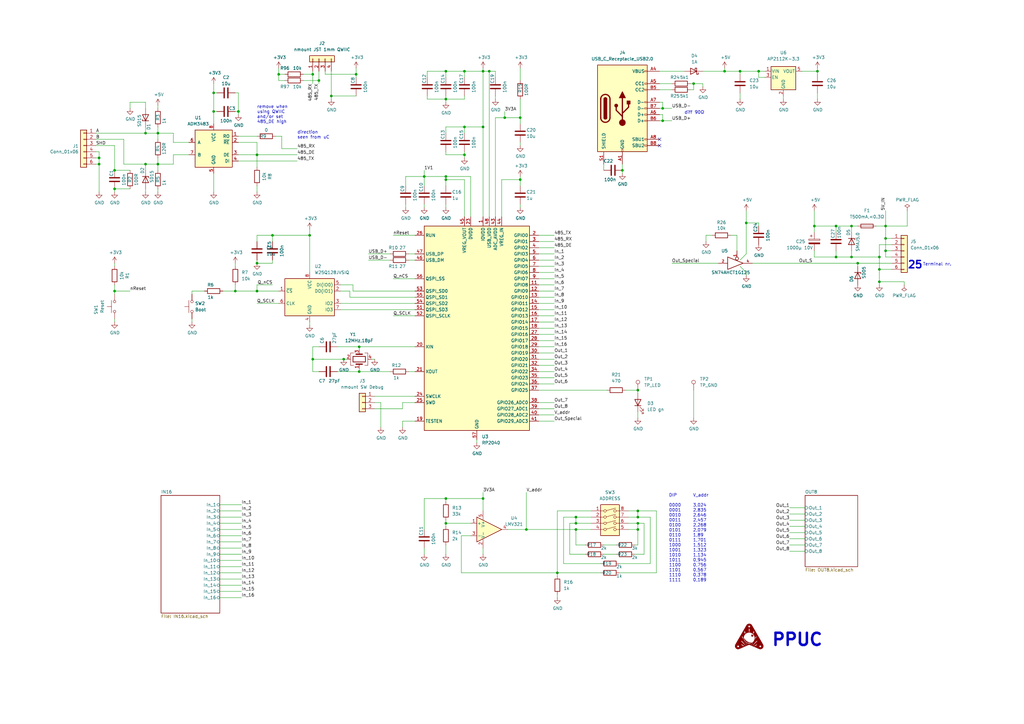
<source format=kicad_sch>
(kicad_sch (version 20211123) (generator eeschema)
  (paper "A3")
  (title_block (title "IO_16_8_1") (date "2023-01-29") (rev "0.1.0"))
  (junction (at 128.27 30.48))
  (junction (at 147.32 142.24))
  (junction (at 306.07 91.44))
  (junction (at 261.62 214.63))
  (junction (at 261.62 160.02))
  (junction (at 271.78 44.45))
  (junction (at 215.9 217.17))
  (junction (at 147.32 152.4))
  (junction (at 87.63 45.72))
  (junction (at 360.68 115.57))
  (junction (at 140.97 147.32))
  (junction (at 351.79 107.95))
  (junction (at 46.99 69.85))
  (junction (at 190.5 52.07))
  (junction (at 311.15 29.21))
  (junction (at 271.78 49.53))
  (junction (at 182.88 72.39))
  (junction (at 182.88 73.66))
  (junction (at 342.9 105.41))
  (junction (at 349.25 92.71))
  (junction (at 46.99 77.47))
  (junction (at 111.76 96.52))
  (junction (at 182.88 204.47))
  (junction (at 59.69 54.61))
  (junction (at 182.88 29.21))
  (junction (at 236.22 214.63))
  (junction (at 261.62 217.17))
  (junction (at 190.5 29.21))
  (junction (at 363.22 92.71))
  (junction (at 255.27 69.85))
  (junction (at 182.88 214.63))
  (junction (at 236.22 212.09))
  (junction (at 363.22 102.87))
  (junction (at 130.81 33.02))
  (junction (at 105.41 107.95))
  (junction (at 114.3 30.48))
  (junction (at 135.89 39.37))
  (junction (at 127 96.52))
  (junction (at 342.9 92.71))
  (junction (at 198.12 204.47))
  (junction (at 303.53 29.21))
  (junction (at 198.12 29.21))
  (junction (at 40.64 67.31))
  (junction (at 97.79 45.72))
  (junction (at 64.77 54.61))
  (junction (at 213.36 73.66))
  (junction (at 190.5 63.5))
  (junction (at 297.18 29.21))
  (junction (at 87.63 38.1))
  (junction (at 261.62 209.55))
  (junction (at 146.05 30.48))
  (junction (at 182.88 40.64))
  (junction (at 284.48 34.29))
  (junction (at 96.52 119.38))
  (junction (at 200.66 29.21))
  (junction (at 59.69 67.31))
  (junction (at 128.27 147.32))
  (junction (at 213.36 48.26))
  (junction (at 363.22 97.79))
  (junction (at 335.28 29.21))
  (junction (at 261.62 212.09))
  (junction (at 105.41 63.5))
  (junction (at 64.77 67.31))
  (junction (at 334.01 92.71))
  (junction (at 228.6 234.95))
  (junction (at 198.12 52.07))
  (junction (at 349.25 105.41))
  (junction (at 40.64 64.77))
  (junction (at 360.68 110.49))
  (junction (at 236.22 217.17))
  (junction (at 105.41 119.38))
  (junction (at 46.99 119.38))
  (junction (at 173.99 72.39))
  (junction (at 360.68 105.41))
  (junction (at 207.01 48.26))
  (no_connect (at 270.51 57.15))
  (no_connect (at 270.51 59.69))
  (wire (pts (xy 127 96.52) (xy 127 111.76)))
  (wire (pts (xy 139.7 116.84) (xy 144.78 116.84)))
  (wire (pts (xy 198.12 29.21) (xy 200.66 29.21)))
  (wire (pts (xy 115.57 55.88) (xy 115.57 60.96)))
  (wire (pts (xy 351.79 107.95) (xy 365.76 107.95)))
  (wire (pts (xy 39.37 62.23) (xy 40.64 62.23)))
  (wire (pts (xy 190.5 63.5) (xy 190.5 64.77)))
  (wire (pts (xy 236.22 214.63) (xy 233.68 214.63)))
  (wire (pts (xy 135.89 39.37) (xy 135.89 40.64)))
  (wire (pts (xy 360.68 100.33) (xy 360.68 105.41)))
  (wire (pts (xy 146.05 27.94) (xy 146.05 30.48)))
  (wire (pts (xy 90.17 242.57) (xy 99.06 242.57)))
  (wire (pts (xy 213.36 72.39) (xy 213.36 73.66)))
  (wire (pts (xy 182.88 214.63) (xy 182.88 215.9)))
  (wire (pts (xy 297.18 29.21) (xy 303.53 29.21)))
  (wire (pts (xy 39.37 64.77) (xy 40.64 64.77)))
  (wire (pts (xy 198.12 204.47) (xy 198.12 209.55)))
  (wire (pts (xy 114.3 33.02) (xy 114.3 30.48)))
  (wire (pts (xy 147.32 152.4) (xy 160.02 152.4)))
  (wire (pts (xy 173.99 83.82) (xy 173.99 85.09)))
  (wire (pts (xy 105.41 76.2) (xy 105.41 78.74)))
  (wire (pts (xy 303.53 29.21) (xy 303.53 30.48)))
  (wire (pts (xy 144.78 116.84) (xy 144.78 119.38)))
  (wire (pts (xy 220.98 127) (xy 227.33 127)))
  (wire (pts (xy 220.98 149.86) (xy 227.33 149.86)))
  (wire (pts (xy 242.57 214.63) (xy 236.22 214.63)))
  (wire (pts (xy 128.27 147.32) (xy 140.97 147.32)))
  (wire (pts (xy 190.5 39.37) (xy 190.5 40.64)))
  (wire (pts (xy 135.89 39.37) (xy 146.05 39.37)))
  (wire (pts (xy 255.27 69.85) (xy 255.27 71.12)))
  (wire (pts (xy 90.17 217.17) (xy 99.06 217.17)))
  (wire (pts (xy 257.81 209.55) (xy 261.62 209.55)))
  (wire (pts (xy 220.98 147.32) (xy 227.33 147.32)))
  (wire (pts (xy 242.57 217.17) (xy 236.22 217.17)))
  (wire (pts (xy 220.98 154.94) (xy 227.33 154.94)))
  (wire (pts (xy 228.6 209.55) (xy 228.6 234.95)))
  (wire (pts (xy 198.12 201.93) (xy 198.12 204.47)))
  (wire (pts (xy 220.98 119.38) (xy 227.33 119.38)))
  (wire (pts (xy 213.36 48.26) (xy 213.36 50.8)))
  (wire (pts (xy 220.98 109.22) (xy 227.33 109.22)))
  (wire (pts (xy 220.98 101.6) (xy 227.33 101.6)))
  (wire (pts (xy 96.52 116.84) (xy 96.52 119.38)))
  (wire (pts (xy 215.9 201.93) (xy 215.9 217.17)))
  (wire (pts (xy 335.28 29.21) (xy 335.28 30.48)))
  (wire (pts (xy 334.01 102.87) (xy 334.01 105.41)))
  (wire (pts (xy 264.16 214.63) (xy 261.62 214.63)))
  (wire (pts (xy 220.98 137.16) (xy 227.33 137.16)))
  (wire (pts (xy 236.22 212.09) (xy 236.22 214.63)))
  (wire (pts (xy 284.48 160.02) (xy 284.48 171.45)))
  (wire (pts (xy 363.22 102.87) (xy 363.22 105.41)))
  (wire (pts (xy 213.36 27.94) (xy 213.36 33.02)))
  (wire (pts (xy 302.26 96.52) (xy 302.26 102.87)))
  (wire (pts (xy 97.79 63.5) (xy 105.41 63.5)))
  (wire (pts (xy 161.29 114.3) (xy 170.18 114.3)))
  (wire (pts (xy 97.79 66.04) (xy 121.92 66.04)))
  (wire (pts (xy 365.76 100.33) (xy 360.68 100.33)))
  (wire (pts (xy 297.18 27.94) (xy 297.18 29.21)))
  (wire (pts (xy 182.88 204.47) (xy 182.88 205.74)))
  (wire (pts (xy 220.98 132.08) (xy 227.33 132.08)))
  (wire (pts (xy 270.51 36.83) (xy 275.59 36.83)))
  (wire (pts (xy 165.1 167.64) (xy 165.1 165.1)))
  (wire (pts (xy 111.76 116.84) (xy 105.41 116.84)))
  (wire (pts (xy 127 132.08) (xy 127 133.35)))
  (wire (pts (xy 111.76 107.95) (xy 105.41 107.95)))
  (wire (pts (xy 90.17 232.41) (xy 99.06 232.41)))
  (wire (pts (xy 189.23 219.71) (xy 193.04 219.71)))
  (wire (pts (xy 190.5 73.66) (xy 182.88 73.66)))
  (wire (pts (xy 213.36 76.2) (xy 213.36 73.66)))
  (wire (pts (xy 90.17 234.95) (xy 99.06 234.95)))
  (wire (pts (xy 64.77 64.77) (xy 64.77 67.31)))
  (wire (pts (xy 311.15 92.71) (xy 311.15 91.44)))
  (wire (pts (xy 236.22 217.17) (xy 236.22 223.52)))
  (wire (pts (xy 144.78 119.38) (xy 170.18 119.38)))
  (wire (pts (xy 213.36 83.82) (xy 213.36 85.09)))
  (wire (pts (xy 88.9 38.1) (xy 87.63 38.1)))
  (wire (pts (xy 266.7 212.09) (xy 261.62 212.09)))
  (wire (pts (xy 97.79 58.42) (xy 105.41 58.42)))
  (wire (pts (xy 46.99 77.47) (xy 46.99 78.74)))
  (wire (pts (xy 105.41 119.38) (xy 114.3 119.38)))
  (wire (pts (xy 215.9 217.17) (xy 208.28 217.17)))
  (wire (pts (xy 153.67 165.1) (xy 156.21 165.1)))
  (wire (pts (xy 220.98 134.62) (xy 227.33 134.62)))
  (wire (pts (xy 175.26 40.64) (xy 182.88 40.64)))
  (wire (pts (xy 139.7 119.38) (xy 143.51 119.38)))
  (wire (pts (xy 311.15 29.21) (xy 313.69 29.21)))
  (wire (pts (xy 128.27 29.21) (xy 128.27 30.48)))
  (wire (pts (xy 151.13 106.68) (xy 160.02 106.68)))
  (wire (pts (xy 90.17 212.09) (xy 99.06 212.09)))
  (wire (pts (xy 349.25 92.71) (xy 351.79 92.71)))
  (wire (pts (xy 105.41 63.5) (xy 121.92 63.5)))
  (wire (pts (xy 111.76 96.52) (xy 127 96.52)))
  (wire (pts (xy 113.03 55.88) (xy 115.57 55.88)))
  (wire (pts (xy 288.29 34.29) (xy 288.29 35.56)))
  (wire (pts (xy 78.74 130.81) (xy 78.74 132.08)))
  (wire (pts (xy 165.1 165.1) (xy 170.18 165.1)))
  (wire (pts (xy 323.85 220.98) (xy 330.2 220.98)))
  (wire (pts (xy 128.27 30.48) (xy 128.27 34.29)))
  (wire (pts (xy 220.98 167.64) (xy 227.33 167.64)))
  (wire (pts (xy 78.74 119.38) (xy 83.82 119.38)))
  (wire (pts (xy 96.52 45.72) (xy 97.79 45.72)))
  (wire (pts (xy 146.05 30.48) (xy 146.05 31.75)))
  (wire (pts (xy 59.69 69.85) (xy 59.69 67.31)))
  (wire (pts (xy 111.76 106.68) (xy 111.76 107.95)))
  (wire (pts (xy 228.6 243.84) (xy 228.6 245.11)))
  (wire (pts (xy 170.18 142.24) (xy 147.32 142.24)))
  (wire (pts (xy 303.53 106.68) (xy 306.07 104.14)))
  (wire (pts (xy 167.64 104.14) (xy 170.18 104.14)))
  (wire (pts (xy 87.63 38.1) (xy 87.63 45.72)))
  (wire (pts (xy 303.53 38.1) (xy 303.53 40.64)))
  (wire (pts (xy 261.62 212.09) (xy 257.81 212.09)))
  (wire (pts (xy 269.24 234.95) (xy 269.24 209.55)))
  (wire (pts (xy 90.17 207.01) (xy 99.06 207.01)))
  (wire (pts (xy 271.78 44.45) (xy 275.59 44.45)))
  (wire (pts (xy 182.88 29.21) (xy 182.88 31.75)))
  (wire (pts (xy 198.12 204.47) (xy 182.88 204.47)))
  (wire (pts (xy 203.2 48.26) (xy 207.01 48.26)))
  (wire (pts (xy 161.29 129.54) (xy 170.18 129.54)))
  (wire (pts (xy 90.17 227.33) (xy 99.06 227.33)))
  (wire (pts (xy 182.88 223.52) (xy 182.88 227.33)))
  (wire (pts (xy 114.3 30.48) (xy 116.84 30.48)))
  (wire (pts (xy 182.88 52.07) (xy 182.88 54.61)))
  (wire (pts (xy 255.27 67.31) (xy 255.27 69.85)))
  (wire (pts (xy 284.48 34.29) (xy 288.29 34.29)))
  (wire (pts (xy 189.23 234.95) (xy 189.23 219.71)))
  (wire (pts (xy 264.16 227.33) (xy 264.16 214.63)))
  (wire (pts (xy 53.34 41.91) (xy 53.34 44.45)))
  (wire (pts (xy 71.12 54.61) (xy 71.12 58.42)))
  (wire (pts (xy 190.5 62.23) (xy 190.5 63.5)))
  (wire (pts (xy 87.63 34.29) (xy 87.63 38.1)))
  (wire (pts (xy 50.8 67.31) (xy 59.69 67.31)))
  (wire (pts (xy 124.46 30.48) (xy 128.27 30.48)))
  (wire (pts (xy 233.68 214.63) (xy 233.68 227.33)))
  (wire (pts (xy 167.64 106.68) (xy 170.18 106.68)))
  (wire (pts (xy 334.01 92.71) (xy 342.9 92.71)))
  (wire (pts (xy 143.51 121.92) (xy 170.18 121.92)))
  (wire (pts (xy 261.62 214.63) (xy 257.81 214.63)))
  (wire (pts (xy 153.67 162.56) (xy 170.18 162.56)))
  (wire (pts (xy 193.04 72.39) (xy 182.88 72.39)))
  (wire (pts (xy 105.41 106.68) (xy 105.41 107.95)))
  (wire (pts (xy 306.07 91.44) (xy 306.07 104.14)))
  (wire (pts (xy 323.85 218.44) (xy 330.2 218.44)))
  (wire (pts (xy 64.77 67.31) (xy 64.77 69.85)))
  (wire (pts (xy 236.22 212.09) (xy 231.14 212.09)))
  (wire (pts (xy 182.88 214.63) (xy 193.04 214.63)))
  (wire (pts (xy 363.22 97.79) (xy 363.22 102.87)))
  (wire (pts (xy 349.25 105.41) (xy 342.9 105.41)))
  (wire (pts (xy 182.88 29.21) (xy 190.5 29.21)))
  (wire (pts (xy 247.65 67.31) (xy 247.65 69.85)))
  (wire (pts (xy 342.9 92.71) (xy 349.25 92.71)))
  (wire (pts (xy 220.98 114.3) (xy 227.33 114.3)))
  (wire (pts (xy 46.99 130.81) (xy 46.99 132.08)))
  (wire (pts (xy 349.25 95.25) (xy 349.25 92.71)))
  (wire (pts (xy 190.5 29.21) (xy 198.12 29.21)))
  (wire (pts (xy 182.88 213.36) (xy 182.88 214.63)))
  (wire (pts (xy 270.51 41.91) (xy 271.78 41.91)))
  (wire (pts (xy 288.29 29.21) (xy 297.18 29.21)))
  (wire (pts (xy 105.41 63.5) (xy 105.41 68.58)))
  (wire (pts (xy 59.69 41.91) (xy 53.34 41.91)))
  (wire (pts (xy 138.43 152.4) (xy 147.32 152.4)))
  (wire (pts (xy 97.79 55.88) (xy 105.41 55.88)))
  (wire (pts (xy 323.85 223.52) (xy 330.2 223.52)))
  (wire (pts (xy 203.2 39.37) (xy 203.2 40.64)))
  (wire (pts (xy 220.98 111.76) (xy 227.33 111.76)))
  (wire (pts (xy 236.22 223.52) (xy 240.03 223.52)))
  (wire (pts (xy 46.99 59.69) (xy 39.37 59.69)))
  (wire (pts (xy 220.98 104.14) (xy 227.33 104.14)))
  (wire (pts (xy 46.99 69.85) (xy 53.34 69.85)))
  (wire (pts (xy 289.56 96.52) (xy 292.1 96.52)))
  (wire (pts (xy 365.76 102.87) (xy 363.22 102.87)))
  (wire (pts (xy 64.77 52.07) (xy 64.77 54.61)))
  (wire (pts (xy 360.68 115.57) (xy 360.68 116.84)))
  (wire (pts (xy 228.6 234.95) (xy 246.38 234.95)))
  (wire (pts (xy 220.98 165.1) (xy 227.33 165.1)))
  (wire (pts (xy 213.36 58.42) (xy 213.36 59.69)))
  (wire (pts (xy 182.88 62.23) (xy 182.88 63.5)))
  (wire (pts (xy 228.6 234.95) (xy 228.6 236.22)))
  (wire (pts (xy 247.65 223.52) (xy 252.73 223.52)))
  (wire (pts (xy 270.51 46.99) (xy 271.78 46.99)))
  (wire (pts (xy 39.37 54.61) (xy 59.69 54.61)))
  (wire (pts (xy 64.77 77.47) (xy 64.77 78.74)))
  (wire (pts (xy 39.37 67.31) (xy 40.64 67.31)))
  (wire (pts (xy 182.88 39.37) (xy 182.88 40.64)))
  (wire (pts (xy 90.17 224.79) (xy 99.06 224.79)))
  (wire (pts (xy 64.77 43.18) (xy 64.77 44.45)))
  (wire (pts (xy 46.99 59.69) (xy 46.99 69.85)))
  (wire (pts (xy 39.37 57.15) (xy 50.8 57.15)))
  (wire (pts (xy 165.1 172.72) (xy 165.1 175.26)))
  (wire (pts (xy 147.32 142.24) (xy 147.32 143.51)))
  (wire (pts (xy 198.12 29.21) (xy 198.12 52.07)))
  (wire (pts (xy 220.98 96.52) (xy 227.33 96.52)))
  (wire (pts (xy 363.22 86.36) (xy 363.22 92.71)))
  (wire (pts (xy 195.58 180.34) (xy 195.58 181.61)))
  (wire (pts (xy 284.48 34.29) (xy 284.48 36.83)))
  (wire (pts (xy 323.85 210.82) (xy 330.2 210.82)))
  (wire (pts (xy 261.62 168.91) (xy 261.62 171.45)))
  (wire (pts (xy 139.7 124.46) (xy 170.18 124.46)))
  (wire (pts (xy 182.88 73.66) (xy 182.88 76.2)))
  (wire (pts (xy 342.9 105.41) (xy 342.9 102.87)))
  (wire (pts (xy 128.27 142.24) (xy 128.27 147.32)))
  (wire (pts (xy 220.98 152.4) (xy 227.33 152.4)))
  (wire (pts (xy 105.41 99.06) (xy 105.41 96.52)))
  (wire (pts (xy 105.41 116.84) (xy 105.41 119.38)))
  (wire (pts (xy 198.12 224.79) (xy 198.12 227.33)))
  (wire (pts (xy 90.17 222.25) (xy 99.06 222.25)))
  (wire (pts (xy 220.98 157.48) (xy 227.33 157.48)))
  (wire (pts (xy 173.99 204.47) (xy 182.88 204.47)))
  (wire (pts (xy 231.14 212.09) (xy 231.14 231.14)))
  (wire (pts (xy 97.79 45.72) (xy 97.79 46.99)))
  (wire (pts (xy 59.69 54.61) (xy 64.77 54.61)))
  (wire (pts (xy 59.69 44.45) (xy 59.69 41.91)))
  (wire (pts (xy 220.98 121.92) (xy 227.33 121.92)))
  (wire (pts (xy 220.98 139.7) (xy 227.33 139.7)))
  (wire (pts (xy 303.53 109.22) (xy 306.07 111.76)))
  (wire (pts (xy 175.26 29.21) (xy 175.26 31.75)))
  (wire (pts (xy 335.28 38.1) (xy 335.28 40.64)))
  (wire (pts (xy 182.88 72.39) (xy 173.99 72.39)))
  (wire (pts (xy 308.61 107.95) (xy 351.79 107.95)))
  (wire (pts (xy 220.98 142.24) (xy 227.33 142.24)))
  (wire (pts (xy 220.98 129.54) (xy 227.33 129.54)))
  (wire (pts (xy 270.51 29.21) (xy 280.67 29.21)))
  (wire (pts (xy 40.64 67.31) (xy 40.64 78.74)))
  (wire (pts (xy 335.28 27.94) (xy 335.28 29.21)))
  (wire (pts (xy 271.78 49.53) (xy 275.59 49.53)))
  (wire (pts (xy 153.67 167.64) (xy 165.1 167.64)))
  (wire (pts (xy 306.07 86.36) (xy 306.07 91.44)))
  (wire (pts (xy 242.57 212.09) (xy 236.22 212.09)))
  (wire (pts (xy 311.15 31.75) (xy 313.69 31.75)))
  (wire (pts (xy 40.64 64.77) (xy 40.64 67.31)))
  (wire (pts (xy 190.5 29.21) (xy 190.5 31.75)))
  (wire (pts (xy 71.12 67.31) (xy 71.12 63.5)))
  (wire (pts (xy 370.84 115.57) (xy 360.68 115.57)))
  (wire (pts (xy 220.98 170.18) (xy 227.33 170.18)))
  (wire (pts (xy 175.26 39.37) (xy 175.26 40.64)))
  (wire (pts (xy 303.53 29.21) (xy 311.15 29.21)))
  (wire (pts (xy 64.77 54.61) (xy 64.77 57.15)))
  (wire (pts (xy 200.66 29.21) (xy 200.66 88.9)))
  (wire (pts (xy 161.29 96.52) (xy 170.18 96.52)))
  (wire (pts (xy 135.89 29.21) (xy 135.89 39.37)))
  (wire (pts (xy 365.76 110.49) (xy 360.68 110.49)))
  (wire (pts (xy 71.12 58.42) (xy 77.47 58.42)))
  (wire (pts (xy 266.7 231.14) (xy 266.7 212.09)))
  (wire (pts (xy 198.12 52.07) (xy 198.12 88.9)))
  (wire (pts (xy 105.41 63.5) (xy 105.41 58.42)))
  (wire (pts (xy 173.99 69.85) (xy 173.99 72.39)))
  (wire (pts (xy 321.31 39.37) (xy 321.31 40.64)))
  (wire (pts (xy 182.88 83.82) (xy 182.88 85.09)))
  (wire (pts (xy 90.17 229.87) (xy 99.06 229.87)))
  (wire (pts (xy 182.88 63.5) (xy 190.5 63.5)))
  (wire (pts (xy 53.34 77.47) (xy 46.99 77.47)))
  (wire (pts (xy 59.69 52.07) (xy 59.69 54.61)))
  (wire (pts (xy 254 234.95) (xy 269.24 234.95)))
  (wire (pts (xy 64.77 54.61) (xy 71.12 54.61)))
  (wire (pts (xy 323.85 208.28) (xy 330.2 208.28)))
  (wire (pts (xy 105.41 96.52) (xy 111.76 96.52)))
  (wire (pts (xy 363.22 92.71) (xy 363.22 97.79)))
  (wire (pts (xy 97.79 38.1) (xy 97.79 45.72)))
  (wire (pts (xy 128.27 147.32) (xy 128.27 152.4)))
  (wire (pts (xy 283.21 36.83) (xy 284.48 36.83)))
  (wire (pts (xy 289.56 99.06) (xy 289.56 96.52)))
  (wire (pts (xy 173.99 72.39) (xy 173.99 76.2)))
  (wire (pts (xy 323.85 226.06) (xy 330.2 226.06)))
  (wire (pts (xy 261.62 160.02) (xy 261.62 161.29)))
  (wire (pts (xy 114.3 27.94) (xy 114.3 30.48)))
  (wire (pts (xy 360.68 110.49) (xy 360.68 115.57)))
  (wire (pts (xy 220.98 99.06) (xy 227.33 99.06)))
  (wire (pts (xy 173.99 224.79) (xy 173.99 227.33)))
  (wire (pts (xy 90.17 240.03) (xy 99.06 240.03)))
  (wire (pts (xy 365.76 97.79) (xy 363.22 97.79)))
  (wire (pts (xy 261.62 223.52) (xy 261.62 217.17)))
  (wire (pts (xy 91.44 119.38) (xy 96.52 119.38)))
  (wire (pts (xy 46.99 116.84) (xy 46.99 119.38)))
  (wire (pts (xy 334.01 105.41) (xy 342.9 105.41)))
  (wire (pts (xy 254 231.14) (xy 266.7 231.14)))
  (wire (pts (xy 190.5 52.07) (xy 190.5 54.61)))
  (wire (pts (xy 90.17 237.49) (xy 99.06 237.49)))
  (wire (pts (xy 193.04 88.9) (xy 193.04 72.39)))
  (wire (pts (xy 215.9 217.17) (xy 236.22 217.17)))
  (wire (pts (xy 261.62 209.55) (xy 261.62 212.09)))
  (wire (pts (xy 151.13 104.14) (xy 160.02 104.14)))
  (wire (pts (xy 173.99 204.47) (xy 173.99 217.17)))
  (wire (pts (xy 156.21 165.1) (xy 156.21 175.26)))
  (wire (pts (xy 306.07 111.76) (xy 306.07 113.03)))
  (wire (pts (xy 270.51 44.45) (xy 271.78 44.45)))
  (wire (pts (xy 143.51 119.38) (xy 143.51 121.92)))
  (wire (pts (xy 59.69 77.47) (xy 59.69 78.74)))
  (wire (pts (xy 40.64 62.23) (xy 40.64 64.77)))
  (wire (pts (xy 96.52 107.95) (xy 96.52 109.22)))
  (wire (pts (xy 182.88 52.07) (xy 190.5 52.07)))
  (wire (pts (xy 166.37 76.2) (xy 166.37 72.39)))
  (wire (pts (xy 205.74 88.9) (xy 205.74 73.66)))
  (wire (pts (xy 370.84 116.84) (xy 370.84 115.57)))
  (wire (pts (xy 124.46 33.02) (xy 130.81 33.02)))
  (wire (pts (xy 90.17 209.55) (xy 99.06 209.55)))
  (wire (pts (xy 46.99 119.38) (xy 53.34 119.38)))
  (wire (pts (xy 190.5 88.9) (xy 190.5 73.66)))
  (wire (pts (xy 130.81 33.02) (xy 130.81 34.29)))
  (wire (pts (xy 78.74 119.38) (xy 78.74 120.65)))
  (wire (pts (xy 87.63 71.12) (xy 87.63 78.74)))
  (wire (pts (xy 203.2 31.75) (xy 203.2 29.21)))
  (wire (pts (xy 260.35 227.33) (xy 264.16 227.33)))
  (wire (pts (xy 96.52 119.38) (xy 105.41 119.38)))
  (wire (pts (xy 46.99 107.95) (xy 46.99 109.22)))
  (wire (pts (xy 90.17 245.11) (xy 99.06 245.11)))
  (wire (pts (xy 105.41 124.46) (xy 114.3 124.46)))
  (wire (pts (xy 133.35 30.48) (xy 146.05 30.48)))
  (wire (pts (xy 203.2 48.26) (xy 203.2 88.9)))
  (wire (pts (xy 220.98 124.46) (xy 227.33 124.46)))
  (wire (pts (xy 261.62 217.17) (xy 257.81 217.17)))
  (wire (pts (xy 88.9 45.72) (xy 87.63 45.72)))
  (wire (pts (xy 311.15 91.44) (xy 306.07 91.44)))
  (wire (pts (xy 328.93 29.21) (xy 335.28 29.21)))
  (wire (pts (xy 140.97 147.32) (xy 142.24 147.32)))
  (wire (pts (xy 59.69 67.31) (xy 64.77 67.31)))
  (wire (pts (xy 190.5 52.07) (xy 198.12 52.07)))
  (wire (pts (xy 247.65 227.33) (xy 252.73 227.33)))
  (wire (pts (xy 198.12 27.94) (xy 198.12 29.21)))
  (wire (pts (xy 46.99 119.38) (xy 46.99 120.65)))
  (wire (pts (xy 64.77 67.31) (xy 71.12 67.31)))
  (wire (pts (xy 87.63 45.72) (xy 87.63 50.8)))
  (wire (pts (xy 270.51 34.29) (xy 275.59 34.29)))
  (wire (pts (xy 283.21 34.29) (xy 284.48 34.29)))
  (wire (pts (xy 90.17 219.71) (xy 99.06 219.71)))
  (wire (pts (xy 139.7 127) (xy 170.18 127)))
  (wire (pts (xy 50.8 57.15) (xy 50.8 67.31)))
  (wire (pts (xy 228.6 234.95) (xy 189.23 234.95)))
  (wire (pts (xy 360.68 105.41) (xy 349.25 105.41)))
  (wire (pts (xy 372.11 86.36) (xy 372.11 92.71)))
  (wire (pts (xy 271.78 41.91) (xy 271.78 44.45)))
  (wire (pts (xy 128.27 152.4) (xy 130.81 152.4)))
  (wire (pts (xy 205.74 73.66) (xy 213.36 73.66)))
  (wire (pts (xy 342.9 95.25) (xy 342.9 92.71)))
  (wire (pts (xy 115.57 60.96) (xy 121.92 60.96)))
  (wire (pts (xy 261.62 214.63) (xy 261.62 217.17)))
  (wire (pts (xy 96.52 38.1) (xy 97.79 38.1)))
  (wire (pts (xy 311.15 29.21) (xy 311.15 31.75)))
  (wire (pts (xy 231.14 231.14) (xy 246.38 231.14)))
  (wire (pts (xy 220.98 160.02) (xy 248.92 160.02)))
  (wire (pts (xy 166.37 83.82) (xy 166.37 85.09)))
  (wire (pts (xy 175.26 29.21) (xy 182.88 29.21)))
  (wire (pts (xy 270.51 49.53) (xy 271.78 49.53)))
  (wire (pts (xy 349.25 102.87) (xy 349.25 105.41)))
  (wire (pts (xy 138.43 142.24) (xy 147.32 142.24)))
  (wire (pts (xy 71.12 63.5) (xy 77.47 63.5)))
  (wire (pts (xy 256.54 160.02) (xy 261.62 160.02)))
  (wire (pts (xy 261.62 209.55) (xy 269.24 209.55)))
  (wire (pts (xy 213.36 40.64) (xy 213.36 48.26)))
  (wire (pts (xy 111.76 96.52) (xy 111.76 99.06)))
  (wire (pts (xy 334.01 86.36) (xy 334.01 92.71)))
  (wire (pts (xy 207.01 45.72) (xy 207.01 48.26)))
  (wire (pts (xy 116.84 33.02) (xy 114.3 33.02)))
  (wire (pts (xy 363.22 105.41) (xy 365.76 105.41)))
  (wire (pts (xy 360.68 105.41) (xy 360.68 110.49)))
  (wire (pts (xy 200.66 29.21) (xy 203.2 29.21)))
  (wire (pts (xy 372.11 92.71) (xy 363.22 92.71)))
  (wire (pts (xy 182.88 40.64) (xy 190.5 40.64)))
  (wire (pts (xy 359.41 92.71) (xy 363.22 92.71)))
  (wire (pts (xy 170.18 172.72) (xy 165.1 172.72)))
  (wire (pts (xy 260.35 223.52) (xy 261.62 223.52)))
  (wire (pts (xy 167.64 152.4) (xy 170.18 152.4)))
  (wire (pts (xy 90.17 214.63) (xy 99.06 214.63)))
  (wire (pts (xy 207.01 48.26) (xy 213.36 48.26)))
  (wire (pts (xy 351.79 109.22) (xy 351.79 107.95)))
  (wire (pts (xy 220.98 172.72) (xy 227.33 172.72)))
  (wire (pts (xy 242.57 209.55) (xy 228.6 209.55)))
  (wire (pts (xy 152.4 147.32) (xy 153.67 147.32)))
  (wire (pts (xy 133.35 29.21) (xy 133.35 30.48)))
  (wire (pts (xy 147.32 151.13) (xy 147.32 152.4)))
  (wire (pts (xy 182.88 40.64) (xy 182.88 41.91)))
  (wire (pts (xy 182.88 72.39) (xy 182.88 73.66)))
  (wire (pts (xy 130.81 29.21) (xy 130.81 33.02)))
  (wire (pts (xy 220.98 144.78) (xy 227.33 144.78)))
  (wire (pts (xy 275.59 107.95) (xy 294.64 107.95)))
  (wire (pts (xy 130.81 142.24) (xy 128.27 142.24)))
  (wire (pts (xy 220.98 106.68) (xy 227.33 106.68)))
  (wire (pts (xy 271.78 46.99) (xy 271.78 49.53)))
  (wire (pts (xy 127 93.98) (xy 127 96.52)))
  (wire (pts (xy 299.72 96.52) (xy 302.26 96.52)))
  (wire (pts (xy 233.68 227.33) (xy 240.03 227.33)))
  (wire (pts (xy 220.98 116.84) (xy 227.33 116.84)))
  (wire (pts (xy 323.85 215.9) (xy 330.2 215.9)))
  (wire (pts (xy 166.37 72.39) (xy 173.99 72.39)))
  (wire (pts (xy 323.85 213.36) (xy 330.2 213.36)))
  (wire (pts (xy 334.01 95.25) (xy 334.01 92.71)))
  (text "diff 90Ω" (at 280.67 46.99 0) (effects (font (size 1.27 1.27)) (justify left bottom)))
  (text "DIP 	V_addr\n\n0000	3,024\n0001	2,835\n0010	2,646\n0011	2,457\n0100	2,268\n0101	2,079\n0110	1,89\n0111	1,701\n1000	1,512\n1001	1,323\n1010	1,134\n1011	0,945\n1100	0,756\n1101	0,567\n1110	0,378\n1111	0,189\n" (at 274.32 238.76 0) (effects (font (size 1.27 1.27)) (justify left bottom)))
  (text "direction\nseen from uC" (at 121.92 57.15 0) (effects (font (size 1.27 1.27)) (justify left bottom)))
  (text "Terminal nr." (at 378.46 109.22 0) (effects (font (size 1.27 1.27)) (justify left bottom)))
  (text "25" (at 372.11 110.49 0) (effects (font (size 3 3) (thickness 0.6) bold) (justify left bottom)))
  (text "PPUC" (at 316.23 265.43 0) (effects (font (size 5 5) bold) (justify left bottom)))
  (text "remove when\nusing QWIIC\nand/or set\n485_DE high" (at 105.41 50.8 0) (effects (font (size 1.27 1.27)) (justify left bottom)))
  (label "In_10" (at 99.06 229.87 0))
  (label "USB_D+" (at 151.13 104.14 0))
  (label "3V3A" (at 198.12 201.93 0))
  (label "485_RX" (at 128.27 34.29 270))
  (label "In_2" (at 99.06 209.55 0))
  (label "In_11" (at 227.33 129.54 0))
  (label "In_9" (at 227.33 124.46 0))
  (label "In_7" (at 227.33 119.38 0))
  (label "Out_8" (at 227.33 167.64 0))
  (label "Out_2" (at 227.33 147.32 0))
  (label "USB_D+" (at 275.59 49.53 0))
  (label "485_TX" (at 227.33 96.52 0))
  (label "Q_SCLK" (at 161.29 129.54 0))
  (label "In_6" (at 99.06 219.71 0))
  (label "485_RX" (at 227.33 99.06 0))
  (label "In_1" (at 99.06 207.01 0))
  (label "Out_6" (at 227.33 157.48 0))
  (label "Out_1" (at 227.33 144.78 0))
  (label "In_10" (at 227.33 127 0))
  (label "In_5" (at 99.06 217.17 0))
  (label "Out_8" (at 323.85 226.06 180))
  (label "In_8" (at 227.33 121.92 0))
  (label "nReset" (at 161.29 96.52 0))
  (label "1V1" (at 173.99 69.85 0))
  (label "B" (at 39.37 57.15 0))
  (label "Out_1" (at 323.85 208.28 180))
  (label "Out_3" (at 227.33 149.86 0))
  (label "In_4" (at 227.33 111.76 0))
  (label "Out_7" (at 227.33 165.1 0))
  (label "Out_Special" (at 275.59 107.95 0))
  (label "5V_IN" (at 363.22 86.36 90))
  (label "Q_nCS" (at 111.76 116.84 180))
  (label "Out_4" (at 323.85 215.9 180))
  (label "In_1" (at 227.33 104.14 0))
  (label "In_3" (at 227.33 109.22 0))
  (label "In_6" (at 227.33 116.84 0))
  (label "In_13" (at 99.06 237.49 0))
  (label "Out_2" (at 323.85 210.82 180))
  (label "In_13" (at 227.33 134.62 0))
  (label "3V3A" (at 207.01 45.72 0))
  (label "485_TX" (at 121.92 66.04 0))
  (label "SHD" (at 39.37 59.69 0))
  (label "In_11" (at 99.06 232.41 0))
  (label "Out_4" (at 227.33 152.4 0))
  (label "In_2" (at 227.33 106.68 0))
  (label "Out_S" (at 327.66 107.95 0))
  (label "In_3" (at 99.06 212.09 0))
  (label "In_16" (at 227.33 142.24 0))
  (label "In_4" (at 99.06 214.63 0))
  (label "USB_D-" (at 151.13 106.68 0))
  (label "In_7" (at 99.06 222.25 0))
  (label "Out_Special" (at 227.33 172.72 0))
  (label "Q_nCS" (at 161.29 114.3 0))
  (label "V_addr" (at 227.33 170.18 0))
  (label "485_TX" (at 130.81 34.29 270))
  (label "485_RX" (at 121.92 60.96 0))
  (label "485_DE" (at 227.33 101.6 0))
  (label "Out_7" (at 323.85 223.52 180))
  (label "In_8" (at 99.06 224.79 0))
  (label "nReset" (at 53.34 119.38 0))
  (label "In_15" (at 99.06 242.57 0))
  (label "Out_5" (at 227.33 154.94 0))
  (label "In_16" (at 99.06 245.11 0))
  (label "In_14" (at 227.33 137.16 0))
  (label "Out_3" (at 323.85 213.36 180))
  (label "USB_D-" (at 275.59 44.45 0))
  (label "In_5" (at 227.33 114.3 0))
  (label "In_12" (at 227.33 132.08 0))
  (label "A" (at 39.37 54.61 0))
  (label "Q_SCLK" (at 105.41 124.46 0))
  (label "V_addr" (at 215.9 201.93 0))
  (label "Out_6" (at 323.85 220.98 180))
  (label "485_DE" (at 121.92 63.5 0))
  (label "In_15" (at 227.33 139.7 0))
  (label "In_9" (at 99.06 227.33 0))
  (label "Out_5" (at 323.85 218.44 180))
  (label "In_14" (at 99.06 240.03 0))
  (label "In_12" (at 99.06 234.95 0))
  (symbol (lib_id "power:GND") (at 166.37 85.09 0) (unit 1)
    (property "Reference" "#PWR0124" (effects hide))
    (property "Value" "GND" (at 166.497 89.4842 0))
  )
  (symbol (lib_id "power:+3V3") (at 87.63 34.29 0) (unit 1)
    (property "Reference" "#PWR0129" (effects hide))
    (property "Value" "+3V3" (at 88.011 29.8958 0))
  )
  (symbol (lib_id "Device:R") (at 163.83 106.68 90) (unit 1)
    (property "Reference" "R11" (at 161.29 109.22 90))
    (property "Value" "27" (at 165.1 109.22 90))
    (property "Footprint" "Resistor_SMD:R_0402_1005Metric" (effects hide))
    (property "Note" "near uC" (effects hide))
  )
  (symbol (lib_id "74xGxx:74AHC1G125") (at 302.26 107.95 0) (unit 1)
    (property "Reference" "U5" (at 297.18 102.87 0))
    (property "Value" "SN74AHCT1G125" (at 299.72 111.76 0))
    (property "Footprint" "Package_TO_SOT_SMD:SOT-23-5" (effects hide))
    (property "Datasheet" "http://www.ti.com/lit/sg/scyt129e/scyt129e.pdf" (effects hide))
  )
  (symbol (lib_id "power:GND") (at 311.15 100.33 0) (unit 1)
    (property "Reference" "#PWR0114" (effects hide))
    (property "Value" "GND" (at 311.277 104.7242 0))
  )
  (symbol (lib_id "power:GND") (at 127 133.35 0) (unit 1)
    (property "Reference" "#PWR0130" (effects hide))
    (property "Value" "GND" (at 127.127 137.7442 0))
  )
  (symbol (lib_id "power:+5V") (at 334.01 86.36 0) (unit 1)
    (property "Reference" "#PWR0110" (effects hide))
    (property "Value" "+5V" (at 334.391 81.9658 0))
  )
  (symbol (lib_id "power:GND") (at 203.2 40.64 0) (unit 1)
    (property "Reference" "#PWR01" (effects hide))
    (property "Value" "GND" (at 203.327 45.0342 0))
  )
  (symbol (lib_id "Device:R") (at 120.65 30.48 90) (unit 1)
    (property "Reference" "R96" (at 116.84 27.94 90))
    (property "Value" "10k" (at 121.92 27.94 90))
    (property "Footprint" "Resistor_SMD:R_0603_1608Metric" (effects hide))
  )
  (symbol (lib_id "Device:R") (at 182.88 209.55 0) (unit 1)
    (property "Reference" "R13" (at 185.42 208.2799 0) (effects (justify left)))
    (property "Value" "33k" (at 185.42 210.8199 0) (effects (justify left)))
    (property "Footprint" "Resistor_SMD:R_0603_1608Metric" (effects hide))
  )
  (symbol (lib_id "Device:D_Schottky") (at 284.48 29.21 180) (unit 1)
    (property "Reference" "D4" (at 284.7975 22.86 0))
    (property "Value" "1A" (at 284.7975 25.4 0))
    (property "Footprint" "Diode_SMD:D_SOD-323" (effects hide))
  )
  (symbol (lib_id "Device:C") (at 182.88 80.01 0) (unit 1)
    (property "Reference" "C16" (at 185.42 78.74 0) (effects (justify left)))
    (property "Value" "1u" (at 185.42 81.28 0) (effects (justify left)))
    (property "Footprint" "Capacitor_SMD:C_0402_1005Metric" (effects hide))
    (property "Note" "close to pin 45" (effects hide))
  )
  (symbol (lib_id "Device:R") (at 109.22 55.88 90) (unit 1)
    (property "Reference" "R9" (at 107.95 55.88 90))
    (property "Value" "0" (at 109.22 53.34 90))
    (property "Footprint" "Resistor_SMD:R_0603_1608Metric" (effects hide))
  )
  (symbol (lib_id "Device:R") (at 243.84 227.33 90) (unit 1)
    (property "Reference" "R18" (at 242.57 227.33 90))
    (property "Value" "2k" (at 247.65 228.6 90))
    (property "Footprint" "Resistor_SMD:R_0603_1608Metric" (effects hide))
  )
  (symbol (lib_id "Regulator_Linear:AP2112K-3.3") (at 321.31 31.75 0) (unit 1)
    (property "Reference" "U6" (at 321.31 21.59 0))
    (property "Value" "AP2112K-3.3" (at 321.31 24.13 0))
    (property "Footprint" "Package_TO_SOT_SMD:SOT-23-5" (effects hide))
    (property "Datasheet" "https://www.diodes.com/assets/Datasheets/AP2112.pdf" (effects hide))
  )
  (symbol (lib_id "power:GND") (at 195.58 181.61 0) (unit 1)
    (property "Reference" "#PWR0150" (effects hide))
    (property "Value" "GND" (at 195.707 186.0042 0))
  )
  (symbol (lib_id "Device:C") (at 182.88 35.56 0) (unit 1)
    (property "Reference" "C14" (at 181.61 34.29 90) (effects (justify left)))
    (property "Value" "100n" (at 186.69 38.1 90) (effects (justify left)))
    (property "Footprint" "Capacitor_SMD:C_0402_1005Metric" (effects hide))
  )
  (symbol (lib_id "Device:C") (at 134.62 142.24 90) (unit 1)
    (property "Reference" "C6" (at 132.08 140.97 0) (effects (justify left)))
    (property "Value" "27pF" (at 137.16 140.97 0) (effects (justify left)))
    (property "Footprint" "Capacitor_SMD:C_0402_1005Metric" (effects hide))
  )
  (symbol (lib_id "power:+3V3") (at 335.28 27.94 0) (unit 1)
    (property "Reference" "#PWR0116" (effects hide))
    (property "Value" "+3V3" (at 335.661 23.5458 0))
  )
  (symbol (lib_id "Device:LED") (at 261.62 165.1 90) (unit 1)
    (property "Reference" "D3" (at 265.43 165.4174 90) (effects (justify right)))
    (property "Value" "LED gn" (at 265.43 167.9574 90) (effects (justify right)))
    (property "Footprint" "LED_SMD:LED_0805_2012Metric" (effects hide))
  )
  (symbol (lib_id "Device:C") (at 46.99 73.66 0) (unit 1)
    (property "Reference" "C1" (at 45.72 72.39 90) (effects (justify left)))
    (property "Value" "100n" (at 50.8 76.2 90) (effects (justify left)))
    (property "Footprint" "Capacitor_SMD:C_0402_1005Metric" (effects hide))
  )
  (symbol (lib_id "Device:C") (at 251.46 69.85 90) (unit 1)
    (property "Reference" "C22" (at 251.46 66.04 90) (effects (justify left)))
    (property "Value" "100n" (at 252.73 73.66 90) (effects (justify left)))
    (property "Footprint" "Capacitor_SMD:C_0402_1005Metric" (effects hide))
  )
  (symbol (lib_id "power:GND") (at 64.77 78.74 0) (unit 1)
    (property "Reference" "#PWR0140" (effects hide))
    (property "Value" "GND" (at 64.897 83.1342 0))
  )
  (symbol (lib_id "Device:C") (at 182.88 58.42 0) (unit 1)
    (property "Reference" "C13" (at 181.61 57.15 90) (effects (justify left)))
    (property "Value" "100n" (at 186.69 60.96 90) (effects (justify left)))
    (property "Footprint" "Capacitor_SMD:C_0402_1005Metric" (effects hide))
  )
  (symbol (lib_id "power:+5V") (at 297.18 27.94 0) (unit 1)
    (property "Reference" "#PWR0115" (effects hide))
    (property "Value" "+5V" (at 297.561 23.5458 0))
  )
  (symbol (lib_id "Device:Fuse") (at 355.6 92.71 90) (unit 1)
    (property "Reference" "F1" (at 355.6 86.36 90))
    (property "Value" "T500mA,<0.3Ω" (at 355.6 88.9 90))
    (property "Footprint" "Fuse:Fuse_1206_3216Metric" (effects hide))
  )
  (symbol (lib_id "Device:R") (at 120.65 33.02 90) (unit 1)
    (property "Reference" "R97" (at 116.84 35.56 90))
    (property "Value" "10k" (at 121.92 35.56 90))
    (property "Footprint" "Resistor_SMD:R_0603_1608Metric" (effects hide))
  )
  (symbol (lib_id "Device:C") (at 173.99 220.98 0) (unit 1)
    (property "Reference" "C11" (at 172.72 219.71 90) (effects (justify left)))
    (property "Value" "100n" (at 177.8 223.52 90) (effects (justify left)))
    (property "Footprint" "Capacitor_SMD:C_0402_1005Metric" (effects hide))
  )
  (symbol (lib_id "Device:C") (at 311.15 96.52 0) (unit 1)
    (property "Reference" "C24" (at 309.88 95.25 90) (effects (justify left)))
    (property "Value" "100n" (at 314.96 99.06 90) (effects (justify left)))
    (property "Footprint" "Capacitor_SMD:C_0402_1005Metric" (effects hide))
  )
  (symbol (lib_id "Device:R") (at 279.4 34.29 90) (unit 1)
    (property "Reference" "R24" (at 276.86 31.75 90))
    (property "Value" "5k1" (at 280.67 31.75 90))
    (property "Footprint" "Resistor_SMD:R_0603_1608Metric" (effects hide))
  )
  (symbol (lib_id "power:GND") (at 288.29 35.56 0) (unit 1)
    (property "Reference" "#PWR0103" (effects hide))
    (property "Value" "GND" (at 288.417 39.9542 0))
  )
  (symbol (lib_id "power:GND") (at 351.79 116.84 0) (unit 1)
    (property "Reference" "#PWR0102" (effects hide))
    (property "Value" "GND" (at 351.917 121.2342 0))
  )
  (symbol (lib_id "power:+3V3") (at 213.36 72.39 0) (unit 1)
    (property "Reference" "#PWR0105" (effects hide))
    (property "Value" "+3V3" (at 213.741 67.9958 0))
  )
  (symbol (lib_id "power:+3V3") (at 146.05 27.94 0) (unit 1)
    (property "Reference" "#PWR0136" (effects hide))
    (property "Value" "+3V3" (at 146.431 23.5458 0))
  )
  (symbol (lib_id "Device:C") (at 175.26 35.56 0) (unit 1)
    (property "Reference" "C12" (at 173.99 34.29 90) (effects (justify left)))
    (property "Value" "100n" (at 179.07 38.1 90) (effects (justify left)))
    (property "Footprint" "Capacitor_SMD:C_0402_1005Metric" (effects hide))
  )
  (symbol (lib_id "Device:R") (at 96.52 113.03 0) (unit 1)
    (property "Reference" "R7" (at 99.06 111.7599 0) (effects (justify left)))
    (property "Value" "10k" (at 99.06 114.2999 0) (effects (justify left)))
    (property "Footprint" "Resistor_SMD:R_0603_1608Metric" (effects hide))
  )
  (symbol (lib_id "Switch:SW_Push") (at 46.99 125.73 90) (unit 1)
    (property "Reference" "SW1" (at 39.37 127 0))
    (property "Value" "Reset" (at 41.91 125.73 0))
    (property "Footprint" "Button_Switch_SMD:SW_SPST_SKQG_WithStem" (effects hide))
  )
  (symbol (lib_id "Connector_Generic:Conn_01x03") (at 148.59 165.1 0) (mirror y) (unit 1) (in_bom no)
    (property "Reference" "J3" (at 148.59 156.21 0))
    (property "Value" "nmount SW Debug" (at 148.59 158.75 0))
    (property "Footprint" "Connector_PinSocket_2.54mm:PinSocket_1x03_P2.54mm_Vertical" (effects hide))
  )
  (symbol (lib_id "power:GND") (at 182.88 85.09 0) (unit 1)
    (property "Reference" "#PWR0125" (effects hide))
    (property "Value" "GND" (at 183.007 89.4842 0))
  )
  (symbol (lib_id "power:GND") (at 46.99 132.08 0) (unit 1)
    (property "Reference" "#PWR0143" (effects hide))
    (property "Value" "GND" (at 47.117 136.4742 0))
  )
  (symbol (lib_id "Device:C") (at 203.2 35.56 0) (unit 1)
    (property "Reference" "C19" (at 201.93 34.29 90) (effects (justify left)))
    (property "Value" "100n" (at 207.01 38.1 90) (effects (justify left)))
    (property "Footprint" "Capacitor_SMD:C_0402_1005Metric" (effects hide))
    (property "Note" "together with C at pin 49" (effects hide))
  )
  (symbol (lib_id "Device:C") (at 146.05 35.56 0) (unit 1)
    (property "Reference" "C8" (at 144.78 34.29 90) (effects (justify left)))
    (property "Value" "100n" (at 149.86 38.1 90) (effects (justify left)))
    (property "Footprint" "Capacitor_SMD:C_0402_1005Metric" (effects hide))
  )
  (symbol (lib_id "Connector_Generic:Conn_01x04") (at 130.81 24.13 90) (unit 1) (in_bom no)
    (property "Reference" "J2" (at 132.08 17.78 90))
    (property "Value" "nmount JST 1mm QWIIC" (at 132.08 20.32 90))
    (property "Footprint" "Connector_JST:JST_SH_SM04B-SRSS-TB_1x04-1MP_P1.00mm_Horizontal" (effects hide))
  )
  (symbol (lib_id "power:+3V3") (at 46.99 107.95 0) (unit 1)
    (property "Reference" "#PWR0144" (effects hide))
    (property "Value" "+3V3" (at 47.371 103.5558 0))
  )
  (symbol (lib_id "Device:R") (at 163.83 152.4 90) (unit 1)
    (property "Reference" "R12" (at 162.56 149.86 90))
    (property "Value" "1k" (at 162.56 154.94 90))
    (property "Footprint" "Resistor_SMD:R_0402_1005Metric" (effects hide))
  )
  (symbol (lib_id "power:+3V3") (at 213.36 27.94 0) (unit 1)
    (property "Reference" "#PWR0108" (effects hide))
    (property "Value" "+3V3" (at 213.741 23.5458 0))
  )
  (symbol (lib_id "power:GND") (at 173.99 85.09 0) (unit 1)
    (property "Reference" "#PWR0126" (effects hide))
    (property "Value" "GND" (at 174.117 89.4842 0))
  )
  (symbol (lib_id "power:GND") (at 306.07 113.03 0) (unit 1)
    (property "Reference" "#PWR0113" (effects hide))
    (property "Value" "GND" (at 306.197 117.4242 0))
  )
  (symbol (lib_id "power:GND") (at 261.62 171.45 0) (unit 1)
    (property "Reference" "#PWR0120" (effects hide))
    (property "Value" "GND" (at 261.747 175.8442 0))
  )
  (symbol (lib_id "logo:LOGO") (at 307.34 261.62 0) (unit 1)
    (property "Reference" "#G1" (effects hide))
    (property "Value" "LOGO" (effects hide))
  )
  (symbol (lib_id "Amplifier_Operational:LMV321") (at 200.66 217.17 0) (unit 1)
    (property "Reference" "U4" (at 210.82 212.471 0))
    (property "Value" "LMV321" (at 210.82 215.011 0))
    (property "Footprint" "Package_TO_SOT_SMD:SOT-23-5" (effects hide))
    (property "Datasheet" "http://www.ti.com/lit/ds/symlink/lmv324.pdf" (effects hide))
  )
  (symbol (lib_id "power:GND") (at 140.97 147.32 0) (unit 1)
    (property "Reference" "#PWR0146" (effects hide))
    (property "Value" "GND" (at 141.097 151.7142 0))
  )
  (symbol (lib_id "Device:R") (at 64.77 48.26 0) (unit 1)
    (property "Reference" "R3" (at 64.77 49.53 90) (effects (justify left)))
    (property "Value" "1k" (at 67.31 50.8 90) (effects (justify left)))
    (property "Footprint" "Resistor_SMD:R_0402_1005Metric" (effects hide))
  )
  (symbol (lib_id "Device:D_Zener") (at 59.69 48.26 90) (unit 1)
    (property "Reference" "D1" (at 60.96 53.34 0) (effects (justify left)))
    (property "Value" "SD15" (at 57.15 52.07 0) (effects (justify left)))
    (property "Footprint" "Diode_SMD:D_SOD-323" (effects hide))
  )
  (symbol (lib_id "Device:Crystal_GND24") (at 147.32 147.32 90) (unit 1)
    (property "Reference" "Y1" (at 144.78 137.16 90))
    (property "Value" "12MHz,18pF" (at 147.32 139.7 90))
    (property "Footprint" "Crystal:Crystal_SMD_3225-4Pin_3.2x2.5mm" (effects hide))
  )
  (symbol (lib_id "Device:R") (at 252.73 160.02 90) (unit 1)
    (property "Reference" "R21" (at 252.73 153.67 90))
    (property "Value" "470" (at 252.73 156.21 90))
    (property "Footprint" "Resistor_SMD:R_0603_1608Metric" (effects hide))
  )
  (symbol (lib_id "power:GND") (at 46.99 78.74 0) (unit 1)
    (property "Reference" "#PWR0145" (effects hide))
    (property "Value" "GND" (at 47.117 83.1342 0))
  )
  (symbol (lib_id "power:GND") (at 335.28 40.64 0) (unit 1)
    (property "Reference" "#PWR0118" (effects hide))
    (property "Value" "GND" (at 335.407 45.0342 0))
  )
  (symbol (lib_id "power:GND") (at 190.5 64.77 0) (unit 1)
    (property "Reference" "#PWR0123" (effects hide))
    (property "Value" "GND" (at 190.627 69.1642 0))
  )
  (symbol (lib_id "power:GND") (at 228.6 245.11 0) (unit 1)
    (property "Reference" "#PWR0122" (effects hide))
    (property "Value" "GND" (at 228.727 249.5042 0))
  )
  (symbol (lib_id "Device:R") (at 250.19 231.14 90) (unit 1)
    (property "Reference" "R19" (at 248.92 231.14 90))
    (property "Value" "2k" (at 254 232.41 90))
    (property "Footprint" "Resistor_SMD:R_0603_1608Metric" (effects hide))
  )
  (symbol (lib_id "Device:C") (at 190.5 35.56 0) (unit 1)
    (property "Reference" "C17" (at 189.23 34.29 90) (effects (justify left)))
    (property "Value" "100n" (at 194.31 38.1 90) (effects (justify left)))
    (property "Footprint" "Capacitor_SMD:C_0402_1005Metric" (effects hide))
  )
  (symbol (lib_id "Device:R") (at 256.54 223.52 90) (unit 1)
    (property "Reference" "R22" (at 255.27 223.52 90))
    (property "Value" "3k" (at 260.35 224.79 90))
    (property "Footprint" "Resistor_SMD:R_0603_1608Metric" (effects hide))
  )
  (symbol (lib_id "Switch:SW_DIP_x04") (at 250.19 214.63 0) (unit 1)
    (property "Reference" "SW3" (at 250.19 201.93 0))
    (property "Value" "ADDRESS" (at 250.19 204.47 0))
    (property "Footprint" "Button_Switch_SMD:SW_DIP_SPSTx04_Slide_6.7x11.72mm_W8.61mm_P2.54mm_LowProfile" (effects hide))
  )
  (symbol (lib_id "Device:C") (at 105.41 102.87 0) (unit 1)
    (property "Reference" "C4" (at 109.22 101.5999 0) (effects (justify left)))
    (property "Value" "10u" (at 109.22 104.1399 0) (effects (justify left)))
    (property "Footprint" "Capacitor_SMD:C_0603_1608Metric" (effects hide))
  )
  (symbol (lib_id "Device:R") (at 279.4 36.83 90) (unit 1)
    (property "Reference" "R25" (at 276.86 39.37 90))
    (property "Value" "5k1" (at 280.67 39.37 90))
    (property "Footprint" "Resistor_SMD:R_0603_1608Metric" (effects hide))
  )
  (symbol (lib_id "Device:C") (at 173.99 80.01 0) (unit 1)
    (property "Reference" "C10" (at 172.72 78.74 90) (effects (justify left)))
    (property "Value" "100n" (at 177.8 82.55 90) (effects (justify left)))
    (property "Footprint" "Capacitor_SMD:C_0402_1005Metric" (effects hide))
  )
  (symbol (lib_id "power:GND") (at 213.36 85.09 0) (unit 1)
    (property "Reference" "#PWR0106" (effects hide))
    (property "Value" "GND" (at 213.487 89.4842 0))
  )
  (symbol (lib_id "Device:C_Polarized") (at 334.01 99.06 0) (unit 1)
    (property "Reference" "C25" (at 326.39 99.06 0) (effects (justify left)))
    (property "Value" "1000µ 10V" (at 322.58 101.6 0) (effects (justify left)))
    (property "Footprint" "Capacitor_THT:CP_Radial_D10.0mm_P5.00mm" (effects hide))
  )
  (symbol (lib_id "power:GND") (at 59.69 78.74 0) (unit 1)
    (property "Reference" "#PWR0139" (effects hide))
    (property "Value" "GND" (at 59.817 83.1342 0))
  )
  (symbol (lib_id "power:GND") (at 213.36 59.69 0) (unit 1)
    (property "Reference" "#PWR0109" (effects hide))
    (property "Value" "GND" (at 213.487 64.0842 0))
  )
  (symbol (lib_id "Device:C") (at 335.28 34.29 0) (unit 1)
    (property "Reference" "C26" (at 339.09 33.0199 0) (effects (justify left)))
    (property "Value" "10u" (at 339.09 35.5599 0) (effects (justify left)))
    (property "Footprint" "Capacitor_SMD:C_0603_1608Metric" (effects hide))
  )
  (symbol (lib_id "Connector:TestPoint") (at 261.62 160.02 0) (unit 1)
    (property "Reference" "TP1" (at 264.16 155.4479 0) (effects (justify left)))
    (property "Value" "TP_LED" (at 264.16 157.9879 0) (effects (justify left)))
    (property "Footprint" "Connector_Pin:Pin_D1.0mm_L10.0mm" (effects hide))
  )
  (symbol (lib_id "power:+5V") (at 306.07 86.36 0) (unit 1)
    (property "Reference" "#PWR0111" (effects hide))
    (property "Value" "+5V" (at 306.451 81.9658 0))
  )
  (symbol (lib_id "Connector_Generic:Conn_01x06") (at 34.29 59.69 0) (mirror y) (unit 1)
    (property "Reference" "J1" (at 32.258 59.8932 0) (effects (justify left)))
    (property "Value" "Conn_01x06" (at 32.258 62.2046 0) (effects (justify left)))
    (property "Footprint" "IO_16_8_1:Terminal_Block_RTMPin" (effects hide))
  )
  (symbol (lib_id "power:+3V3") (at 96.52 107.95 0) (unit 1)
    (property "Reference" "#PWR0133" (effects hide))
    (property "Value" "+3V3" (at 96.901 103.5558 0))
  )
  (symbol (lib_id "power:GND") (at 303.53 40.64 0) (unit 1)
    (property "Reference" "#PWR0119" (effects hide))
    (property "Value" "GND" (at 303.657 45.0342 0))
  )
  (symbol (lib_id "Device:D_Zener") (at 59.69 73.66 270) (unit 1)
    (property "Reference" "D2" (at 58.42 68.58 0) (effects (justify left)))
    (property "Value" "SD15" (at 62.23 69.85 0) (effects (justify left)))
    (property "Footprint" "Diode_SMD:D_SOD-323" (effects hide))
  )
  (symbol (lib_id "Device:R") (at 163.83 104.14 90) (unit 1)
    (property "Reference" "R10" (at 161.29 101.6 90))
    (property "Value" "27" (at 165.1 101.6 90))
    (property "Footprint" "Resistor_SMD:R_0402_1005Metric" (effects hide))
    (property "Note" "near uC" (effects hide))
  )
  (symbol (lib_id "power:GND") (at 321.31 40.64 0) (unit 1)
    (property "Reference" "#PWR0117" (effects hide))
    (property "Value" "GND" (at 321.437 45.0342 0))
  )
  (symbol (lib_id "Device:C") (at 303.53 34.29 0) (unit 1)
    (property "Reference" "C23" (at 307.34 33.0199 0) (effects (justify left)))
    (property "Value" "10u" (at 307.34 35.5599 0) (effects (justify left)))
    (property "Footprint" "Capacitor_SMD:C_0603_1608Metric" (effects hide))
  )
  (symbol (lib_id "Device:C") (at 213.36 54.61 0) (unit 1)
    (property "Reference" "C20" (at 215.9 53.34 0) (effects (justify left)))
    (property "Value" "10u" (at 215.9 55.88 0) (effects (justify left)))
    (property "Footprint" "Capacitor_SMD:C_0603_1608Metric" (effects hide))
    (property "Note" "close to pin 44" (effects hide))
  )
  (symbol (lib_id "Device:R") (at 64.77 60.96 0) (unit 1)
    (property "Reference" "R4" (at 64.77 62.23 90) (effects (justify left)))
    (property "Value" "120R" (at 67.31 63.5 90) (effects (justify left)))
    (property "Footprint" "Resistor_SMD:R_0603_1608Metric" (effects hide))
  )
  (symbol (lib_id "Device:C") (at 342.9 99.06 0) (unit 1)
    (property "Reference" "C27" (at 341.63 97.79 90) (effects (justify left)))
    (property "Value" "100n" (at 344.17 97.79 90) (effects (justify left)))
    (property "Footprint" "Capacitor_SMD:C_0402_1005Metric" (effects hide))
  )
  (symbol (lib_id "Device:C") (at 92.71 38.1 90) (unit 1)
    (property "Reference" "C2" (at 92.71 31.75 90))
    (property "Value" "10u" (at 92.71 34.29 90))
    (property "Footprint" "Capacitor_SMD:C_0603_1608Metric" (effects hide))
  )
  (symbol (lib_id "power:GND") (at 153.67 147.32 0) (unit 1)
    (property "Reference" "#PWR0147" (effects hide))
    (property "Value" "GND" (at 153.797 151.7142 0))
  )
  (symbol (lib_id "Device:R") (at 46.99 113.03 180) (unit 1)
    (property "Reference" "R1" (at 52.2478 113.03 90))
    (property "Value" "10k" (at 49.9364 113.03 90))
    (property "Footprint" "Resistor_SMD:R_0603_1608Metric" (effects hide))
  )
  (symbol (lib_id "Device:R") (at 53.34 73.66 0) (unit 1)
    (property "Reference" "R2" (at 53.34 74.93 90) (effects (justify left)))
    (property "Value" "100R" (at 55.88 76.2 90) (effects (justify left)))
    (property "Footprint" "Resistor_SMD:R_0603_1608Metric" (effects hide))
  )
  (symbol (lib_id "Device:R") (at 87.63 119.38 90) (unit 1)
    (property "Reference" "R6" (at 86.36 116.84 90))
    (property "Value" "1k" (at 86.36 121.92 90))
    (property "Footprint" "Resistor_SMD:R_0402_1005Metric" (effects hide))
  )
  (symbol (lib_id "power:PWR_FLAG") (at 372.11 86.36 0) (unit 1)
    (property "Reference" "#U0102" (effects hide))
    (property "Value" "PWR_FLAG" (at 372.11 81.9658 0))
  )
  (symbol (lib_id "Device:R") (at 243.84 223.52 90) (unit 1)
    (property "Reference" "R17" (at 242.57 223.52 90))
    (property "Value" "2k" (at 247.65 224.79 90))
    (property "Footprint" "Resistor_SMD:R_0603_1608Metric" (effects hide))
  )
  (symbol (lib_id "Device:C") (at 190.5 58.42 0) (unit 1)
    (property "Reference" "C15" (at 189.23 57.15 90) (effects (justify left)))
    (property "Value" "100n" (at 194.31 60.96 90) (effects (justify left)))
    (property "Footprint" "Capacitor_SMD:C_0402_1005Metric" (effects hide))
  )
  (symbol (lib_id "Device:C") (at 166.37 80.01 0) (unit 1)
    (property "Reference" "C9" (at 165.1 78.74 90) (effects (justify left)))
    (property "Value" "100n" (at 170.18 82.55 90) (effects (justify left)))
    (property "Footprint" "Capacitor_SMD:C_0402_1005Metric" (effects hide))
  )
  (symbol (lib_id "power:GND") (at 165.1 175.26 0) (unit 1)
    (property "Reference" "#PWR0148" (effects hide))
    (property "Value" "GND" (at 165.227 179.6542 0))
  )
  (symbol (lib_id "power:GND") (at 289.56 99.06 0) (unit 1)
    (property "Reference" "#PWR0112" (effects hide))
    (property "Value" "GND" (at 289.687 103.4542 0))
  )
  (symbol (lib_id "power:+3V3") (at 114.3 27.94 0) (unit 1)
    (property "Reference" "#PWR02" (effects hide))
    (property "Value" "+3V3" (at 114.681 23.5458 0))
  )
  (symbol (lib_id "power:GND") (at 198.12 227.33 0) (unit 1)
    (property "Reference" "#PWR0121" (effects hide))
    (property "Value" "GND" (at 198.247 231.7242 0))
  )
  (symbol (lib_id "Device:C") (at 134.62 152.4 90) (unit 1)
    (property "Reference" "C7" (at 132.08 156.21 90))
    (property "Value" "27pF" (at 137.16 156.21 90))
    (property "Footprint" "Capacitor_SMD:C_0402_1005Metric" (effects hide))
  )
  (symbol (lib_id "Device:R") (at 256.54 227.33 90) (unit 1)
    (property "Reference" "R23" (at 255.27 227.33 90))
    (property "Value" "2k" (at 260.35 228.6 90))
    (property "Footprint" "Resistor_SMD:R_0603_1608Metric" (effects hide))
  )
  (symbol (lib_id "power:GND") (at 135.89 40.64 0) (unit 1)
    (property "Reference" "#PWR0137" (effects hide))
    (property "Value" "GND" (at 136.017 45.0342 0))
  )
  (symbol (lib_id "Device:R") (at 250.19 234.95 90) (unit 1)
    (property "Reference" "R20" (at 248.92 234.95 90))
    (property "Value" "1k" (at 254 236.22 90))
    (property "Footprint" "Resistor_SMD:R_0402_1005Metric" (effects hide))
  )
  (symbol (lib_id "power:GND") (at 78.74 132.08 0) (unit 1)
    (property "Reference" "#PWR0142" (effects hide))
    (property "Value" "GND" (at 78.867 136.4742 0))
  )
  (symbol (lib_id "Device:R") (at 105.41 72.39 180) (unit 1)
    (property "Reference" "R8" (at 110.6678 72.39 90))
    (property "Value" "10k" (at 108.3564 72.39 90))
    (property "Footprint" "Resistor_SMD:R_0603_1608Metric" (effects hide))
  )
  (symbol (lib_id "power:GND") (at 182.88 41.91 0) (unit 1)
    (property "Reference" "#PWR0135" (effects hide))
    (property "Value" "GND" (at 183.007 46.3042 0))
  )
  (symbol (lib_id "power:GND") (at 156.21 175.26 0) (unit 1)
    (property "Reference" "#PWR0149" (effects hide))
    (property "Value" "GND" (at 156.337 179.6542 0))
  )
  (symbol (lib_id "power:PWR_FLAG") (at 370.84 116.84 180) (unit 1)
    (property "Reference" "#U0101" (effects hide))
    (property "Value" "PWR_FLAG" (at 370.84 121.2342 0))
  )
  (symbol (lib_id "Device:C") (at 111.76 102.87 0) (unit 1)
    (property "Reference" "C5" (at 110.49 101.6 90) (effects (justify left)))
    (property "Value" "100n" (at 115.57 105.41 90) (effects (justify left)))
    (property "Footprint" "Capacitor_SMD:C_0402_1005Metric" (effects hide))
  )
  (symbol (lib_id "Device:D_Zener") (at 351.79 113.03 270) (unit 1)
    (property "Reference" "D6" (at 349.25 113.03 0) (effects (justify left)))
    (property "Value" "SD05" (at 354.33 109.22 0) (effects (justify left)))
    (property "Footprint" "Diode_SMD:D_SOD-323" (effects hide))
  )
  (symbol (lib_id "Device:D_Zener") (at 349.25 99.06 270) (unit 1)
    (property "Reference" "D5" (at 347.98 93.98 0) (effects (justify left)))
    (property "Value" "SMAJ5.0" (at 351.79 95.25 0) (effects (justify left)))
    (property "Footprint" "Diode_SMD:D_SMA" (effects hide))
  )
  (symbol (lib_id "power:GND") (at 40.64 78.74 0) (unit 1)
    (property "Reference" "#PWR0224" (effects hide))
    (property "Value" "GND" (at 40.767 83.1342 0))
  )
  (symbol (lib_id "power:GND") (at 360.68 116.84 0) (unit 1)
    (property "Reference" "#PWR0101" (effects hide))
    (property "Value" "GND" (at 360.807 121.2342 0))
  )
  (symbol (lib_id "power:+3V3") (at 198.12 27.94 0) (unit 1)
    (property "Reference" "#PWR0107" (effects hide))
    (property "Value" "+3V3" (at 198.501 23.5458 0))
  )
  (symbol (lib_id "power:+5V") (at 64.77 43.18 0) (unit 1)
    (property "Reference" "#PWR0128" (effects hide))
    (property "Value" "+5V" (at 65.151 38.7858 0))
  )
  (symbol (lib_id "Device:R") (at 64.77 73.66 0) (unit 1)
    (property "Reference" "R5" (at 64.77 74.93 90) (effects (justify left)))
    (property "Value" "1k" (at 67.31 76.2 90) (effects (justify left)))
    (property "Footprint" "Resistor_SMD:R_0402_1005Metric" (effects hide))
  )
  (symbol (lib_id "Device:R") (at 228.6 240.03 0) (unit 1)
    (property "Reference" "R16" (at 231.14 238.7599 0) (effects (justify left)))
    (property "Value" "1k" (at 231.14 241.2999 0) (effects (justify left)))
    (property "Footprint" "Resistor_SMD:R_0402_1005Metric" (effects hide))
  )
  (symbol (lib_id "Device:C") (at 213.36 80.01 0) (unit 1)
    (property "Reference" "C21" (at 215.9 78.74 0) (effects (justify left)))
    (property "Value" "1u" (at 215.9 81.28 0) (effects (justify left)))
    (property "Footprint" "Capacitor_SMD:C_0402_1005Metric" (effects hide))
    (property "Note" "close to pin 44" (effects hide))
  )
  (symbol (lib_id "Connector:TestPoint") (at 284.48 160.02 0) (unit 1)
    (property "Reference" "TP2" (at 287.02 155.4479 0) (effects (justify left)))
    (property "Value" "TP_GND" (at 287.02 157.9879 0) (effects (justify left)))
    (property "Footprint" "Connector_Pin:Pin_D1.0mm_L10.0mm" (effects hide))
  )
  (symbol (lib_id "Memory_Flash:W25Q32JVSS") (at 127 121.92 0) (unit 1)
    (property "Reference" "U2" (at 129.0194 109.22 0) (effects (justify left)))
    (property "Value" "W25Q128JVSIQ" (at 129.0194 111.76 0) (effects (justify left)))
    (property "Footprint" "Package_SO:SOIC-8_5.23x5.23mm_P1.27mm" (effects hide))
  )
  (symbol (lib_id "power:GND") (at 53.34 44.45 0) (unit 1)
    (property "Reference" "#PWR0138" (effects hide))
    (property "Value" "GND" (at 53.467 48.8442 0))
  )
  (symbol (lib_id "Device:R") (at 295.91 96.52 270) (unit 1)
    (property "Reference" "R26" (at 295.91 91.2622 90))
    (property "Value" "10k" (at 295.91 93.5736 90))
    (property "Footprint" "Resistor_SMD:R_0603_1608Metric" (effects hide))
  )
  (symbol (lib_id "Switch:SW_Push") (at 78.74 125.73 90) (unit 1)
    (property "Reference" "SW2" (at 80.01 124.4599 90) (effects (justify right)))
    (property "Value" "Boot" (at 80.01 126.9999 90) (effects (justify right)))
    (property "Footprint" "Button_Switch_SMD:SW_SPST_SKQG_WithStem" (effects hide))
  )
  (symbol (lib_id "power:GND") (at 105.41 78.74 0) (unit 1)
    (property "Reference" "#PWR0132" (effects hide))
    (property "Value" "GND" (at 105.537 83.1342 0))
  )
  (symbol (lib_id "power:GND") (at 284.48 171.45 0) (unit 1)
    (property "Reference" "#PWR05" (effects hide))
    (property "Value" "GND" (at 284.607 175.8442 0))
  )
  (symbol (lib_id "power:GND") (at 182.88 227.33 0) (unit 1)
    (property "Reference" "#PWR0151" (effects hide))
    (property "Value" "GND" (at 183.007 231.7242 0))
  )
  (symbol (lib_id "Device:R") (at 182.88 219.71 0) (unit 1)
    (property "Reference" "R14" (at 185.42 218.4399 0) (effects (justify left)))
    (property "Value" "2k" (at 185.42 220.9799 0) (effects (justify left)))
    (property "Footprint" "Resistor_SMD:R_0603_1608Metric" (effects hide))
  )
  (symbol (lib_id "power:GND") (at 87.63 78.74 0) (unit 1)
    (property "Reference" "#PWR0141" (effects hide))
    (property "Value" "GND" (at 87.757 83.1342 0))
  )
  (symbol (lib_id "power:+3V3") (at 127 93.98 0) (unit 1)
    (property "Reference" "#PWR0131" (effects hide))
    (property "Value" "+3V3" (at 127.381 89.5858 0))
  )
  (symbol (lib_id "Device:C") (at 92.71 45.72 90) (unit 1)
    (property "Reference" "C3" (at 96.52 44.45 90) (effects (justify left)))
    (property "Value" "100n" (at 95.25 49.53 90) (effects (justify left)))
    (property "Footprint" "Capacitor_SMD:C_0402_1005Metric" (effects hide))
  )
  (symbol (lib_id "Device:R") (at 213.36 36.83 0) (unit 1)
    (property "Reference" "R15" (at 213.36 38.1 90) (effects (justify left)))
    (property "Value" "100R" (at 215.9 39.37 90) (effects (justify left)))
    (property "Footprint" "Resistor_SMD:R_0603_1608Metric" (effects hide))
  )
  (symbol (lib_id "Interface_UART:SP3485EN") (at 87.63 60.96 0) (mirror y) (unit 1)
    (property "Reference" "U1" (at 81.28 48.26 0))
    (property "Value" "ADM3483" (at 81.28 50.8 0))
    (property "Footprint" "Package_SO:SOIC-8_3.9x4.9mm_P1.27mm" (effects hide))
    (property "Datasheet" "http://www.icbase.com/pdf/SPX/SPX00480106.pdf" (effects hide))
  )
  (symbol (lib_id "power:GND") (at 97.79 46.99 0) (unit 1)
    (property "Reference" "#PWR0127" (effects hide))
    (property "Value" "GND" (at 97.917 51.3842 0))
  )
  (symbol (lib_id "Connector_Generic:Conn_01x06") (at 370.84 102.87 0) (unit 1)
    (property "Reference" "J5" (at 373.38 99.06 0) (effects (justify left)))
    (property "Value" "Conn_01x06" (at 373.38 101.6 0) (effects (justify left)))
    (property "Footprint" "IO_16_8_1:Terminal_Block_RTMPin" (effects hide))
  )
  (symbol (lib_id "power:GND") (at 105.41 107.95 0) (unit 1)
    (property "Reference" "#PWR0134" (effects hide))
    (property "Value" "GND" (at 105.537 112.3442 0))
  )
  (symbol (lib_id "Connector:USB_C_Receptacle_USB2.0") (at 255.27 44.45 0) (unit 1)
    (property "Reference" "J4" (at 255.27 21.59 0))
    (property "Value" "USB_C_Receptacle_USB2.0" (at 255.27 24.13 0))
    (property "Footprint" "Connector_USB:USB_C_Receptacle_XKB_U262-16XN-4BVC11" (effects hide))
    (property "Datasheet" "https://www.usb.org/sites/default/files/documents/usb_type-c.zip" (effects hide))
    (property "Note" "check D+/D- in layout regarding flipped connection" (effects hide))
  )
  (symbol (lib_id "MCU_RaspberryPi:RP2040") (at 195.58 134.62 0) (unit 1)
    (property "Reference" "U3" (at 197.5994 179.07 0) (effects (justify left)))
    (property "Value" "RP2040" (at 197.5994 181.61 0) (effects (justify left)))
    (property "Footprint" "Package_DFN_QFN:QFN-56-1EP_7x7mm_P0.4mm_EP3.2x3.2mm" (effects hide))
    (property "Datasheet" "https://datasheets.raspberrypi.com/rp2040/rp2040-datasheet.pdf" (effects hide))
  )
  (symbol (lib_id "power:GND") (at 255.27 71.12 0) (unit 1)
    (property "Reference" "#PWR0104" (effects hide))
    (property "Value" "GND" (at 255.397 75.5142 0))
  )
  (symbol (lib_id "power:GND") (at 173.99 227.33 0) (unit 1)
    (property "Reference" "#PWR0152" (effects hide))
    (property "Value" "GND" (at 174.117 231.7242 0))
  )
  (sheet (at 330.2 203.2) (size 21.59 29.21) (stroke (width 0.1524))
    (property "Sheet name" "OUT8" (at 330.2 202.4884 0) (effects (justify left bottom)))
    (property "Sheet file" "OUT8.kicad_sch" (at 330.2 232.9946 0) (effects (justify left top)))
    (pin "Out_1" input (at 330.2 208.28 180))
    (pin "Out_8" input (at 330.2 226.06 180))
    (pin "Out_7" input (at 330.2 223.52 180))
    (pin "Out_6" input (at 330.2 220.98 180))
    (pin "Out_2" input (at 330.2 210.82 180))
    (pin "Out_4" input (at 330.2 215.9 180))
    (pin "Out_5" input (at 330.2 218.44 180))
    (pin "Out_3" input (at 330.2 213.36 180))
  )
  (sheet (at 66.04 203.2) (size 24.13 48.26) (stroke (width 0.1524))
    (property "Sheet name" "IN16" (at 66.04 202.4884 0) (effects (justify left bottom)))
    (property "Sheet file" "IN16.kicad_sch" (at 66.04 252.0446 0) (effects (justify left top)))
    (pin "In_9" bidirectional (at 90.17 227.33 0))
    (pin "In_3" bidirectional (at 90.17 212.09 0))
    (pin "In_2" bidirectional (at 90.17 209.55 0))
    (pin "In_4" bidirectional (at 90.17 214.63 0))
    (pin "In_1" bidirectional (at 90.17 207.01 0))
    (pin "In_8" bidirectional (at 90.17 224.79 0))
    (pin "In_7" bidirectional (at 90.17 222.25 0))
    (pin "In_5" bidirectional (at 90.17 217.17 0))
    (pin "In_6" bidirectional (at 90.17 219.71 0))
    (pin "In_11" bidirectional (at 90.17 232.41 0))
    (pin "In_10" bidirectional (at 90.17 229.87 0))
    (pin "In_12" bidirectional (at 90.17 234.95 0))
    (pin "In_16" bidirectional (at 90.17 245.11 0))
    (pin "In_13" bidirectional (at 90.17 237.49 0))
    (pin "In_14" bidirectional (at 90.17 240.03 0))
    (pin "In_15" bidirectional (at 90.17 242.57 0))
  )
)
</source>
